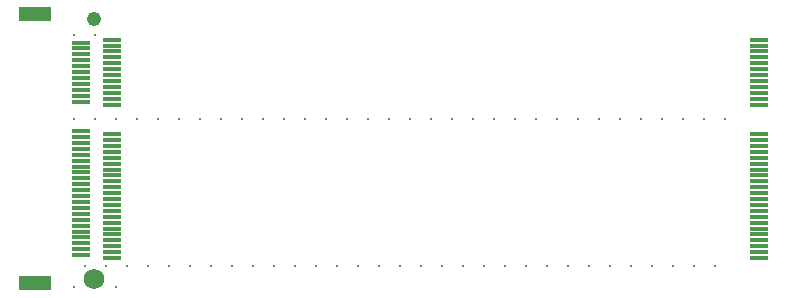
<source format=gts>
G04*
G04 #@! TF.GenerationSoftware,Altium Limited,Altium Designer,21.7.2 (23)*
G04*
G04 Layer_Color=8388736*
%FSLAX25Y25*%
%MOIN*%
G70*
G04*
G04 #@! TF.SameCoordinates,A9D511C6-54FE-4BBE-B258-F20D7088C63A*
G04*
G04*
G04 #@! TF.FilePolarity,Negative*
G04*
G01*
G75*
%ADD20R,0.06221X0.01496*%
%ADD21R,0.11142X0.05039*%
%ADD22R,0.06221X0.01693*%
%ADD23C,0.06811*%
%ADD24C,0.04842*%
%ADD25C,0.01329*%
D20*
X226378Y291339D02*
D03*
X236772Y292323D02*
D03*
X226378Y293307D02*
D03*
X236772Y294291D02*
D03*
X226378Y295276D02*
D03*
X236772Y296260D02*
D03*
X226378Y297244D02*
D03*
X236772Y298228D02*
D03*
Y268701D02*
D03*
X226378Y269685D02*
D03*
X236772Y270669D02*
D03*
X226378Y271654D02*
D03*
X236772Y272638D02*
D03*
X226378Y273622D02*
D03*
X236772Y274606D02*
D03*
X226378Y275590D02*
D03*
X236772Y276575D02*
D03*
X226378Y277559D02*
D03*
X236772Y278543D02*
D03*
X226378Y279528D02*
D03*
X236772Y280512D02*
D03*
X226378Y281496D02*
D03*
X236772Y282480D02*
D03*
X226378Y283465D02*
D03*
X236772Y284449D02*
D03*
X226378Y285433D02*
D03*
X236772Y286417D02*
D03*
X226378Y287402D02*
D03*
X236772Y288386D02*
D03*
X226378Y289370D02*
D03*
X236772Y290354D02*
D03*
X226378Y299213D02*
D03*
X236772Y300197D02*
D03*
X226378Y301181D02*
D03*
X236772Y302165D02*
D03*
X226378Y303150D02*
D03*
X236772Y304134D02*
D03*
X226378Y305118D02*
D03*
X236772Y306102D02*
D03*
X226378Y307087D02*
D03*
X236772Y308071D02*
D03*
X226378Y309055D02*
D03*
X236772Y310039D02*
D03*
X226378Y311024D02*
D03*
X236772Y319882D02*
D03*
X226378Y320866D02*
D03*
X236772Y321850D02*
D03*
X226378Y322835D02*
D03*
X236772Y323819D02*
D03*
X226378Y324803D02*
D03*
X236772Y325787D02*
D03*
X226378Y326772D02*
D03*
X236772Y327756D02*
D03*
X226378Y328740D02*
D03*
X236772Y329724D02*
D03*
X226378Y330709D02*
D03*
X236772Y331693D02*
D03*
X226378Y332677D02*
D03*
X236772Y333661D02*
D03*
X226378Y334646D02*
D03*
X236772Y335630D02*
D03*
X226378Y336614D02*
D03*
X236772Y337598D02*
D03*
X226378Y338583D02*
D03*
X236772Y339567D02*
D03*
X226378Y340551D02*
D03*
X236772Y341535D02*
D03*
D21*
X211102Y260295D02*
D03*
Y349941D02*
D03*
D22*
X452362Y341535D02*
D03*
Y339567D02*
D03*
Y337598D02*
D03*
Y335630D02*
D03*
Y333661D02*
D03*
Y331693D02*
D03*
Y329724D02*
D03*
Y327756D02*
D03*
Y325787D02*
D03*
Y323819D02*
D03*
Y321850D02*
D03*
Y319882D02*
D03*
Y310039D02*
D03*
Y308071D02*
D03*
Y306102D02*
D03*
Y304134D02*
D03*
Y302165D02*
D03*
Y300197D02*
D03*
Y290354D02*
D03*
Y288386D02*
D03*
Y286417D02*
D03*
Y284449D02*
D03*
Y282480D02*
D03*
Y280512D02*
D03*
Y278543D02*
D03*
Y276575D02*
D03*
Y274606D02*
D03*
Y272638D02*
D03*
Y270669D02*
D03*
Y268701D02*
D03*
Y298228D02*
D03*
Y296260D02*
D03*
Y294291D02*
D03*
Y292323D02*
D03*
D23*
X230669Y261811D02*
D03*
D24*
Y348425D02*
D03*
D25*
X441000Y315000D02*
D03*
X343000D02*
D03*
X385000D02*
D03*
X367500Y266000D02*
D03*
X273000Y315000D02*
D03*
X276500Y266000D02*
D03*
X357000Y315000D02*
D03*
X280000D02*
D03*
X269500Y266000D02*
D03*
X315000Y315000D02*
D03*
X234500Y266000D02*
D03*
X283500D02*
D03*
X364000Y315000D02*
D03*
X395500Y266000D02*
D03*
X290500D02*
D03*
X224000Y343000D02*
D03*
X353500Y266000D02*
D03*
X227500D02*
D03*
X378000Y315000D02*
D03*
X231000D02*
D03*
X336000D02*
D03*
X437500Y266000D02*
D03*
X420000Y315000D02*
D03*
X350000D02*
D03*
X332500Y266000D02*
D03*
X262500D02*
D03*
X318500D02*
D03*
X434000Y315000D02*
D03*
X430500Y266000D02*
D03*
X238000Y259000D02*
D03*
X346500Y266000D02*
D03*
X238000Y315000D02*
D03*
X248500Y266000D02*
D03*
X329000Y315000D02*
D03*
X259000D02*
D03*
X266000D02*
D03*
X360500Y266000D02*
D03*
X374500D02*
D03*
X252000Y315000D02*
D03*
X371000D02*
D03*
X406000D02*
D03*
X224000D02*
D03*
X304500Y266000D02*
D03*
X413000Y315000D02*
D03*
X311500Y266000D02*
D03*
X301000Y315000D02*
D03*
X427000D02*
D03*
X416500Y266000D02*
D03*
X381500D02*
D03*
X339500D02*
D03*
X241500D02*
D03*
X423500D02*
D03*
X308000Y315000D02*
D03*
X399000D02*
D03*
X388500Y266000D02*
D03*
X231000Y343000D02*
D03*
X245000Y315000D02*
D03*
X287000D02*
D03*
X255500Y266000D02*
D03*
X392000Y315000D02*
D03*
X325500Y266000D02*
D03*
X224000Y259000D02*
D03*
X402500Y266000D02*
D03*
X409500D02*
D03*
X322000Y315000D02*
D03*
X294000D02*
D03*
X297500Y266000D02*
D03*
M02*

</source>
